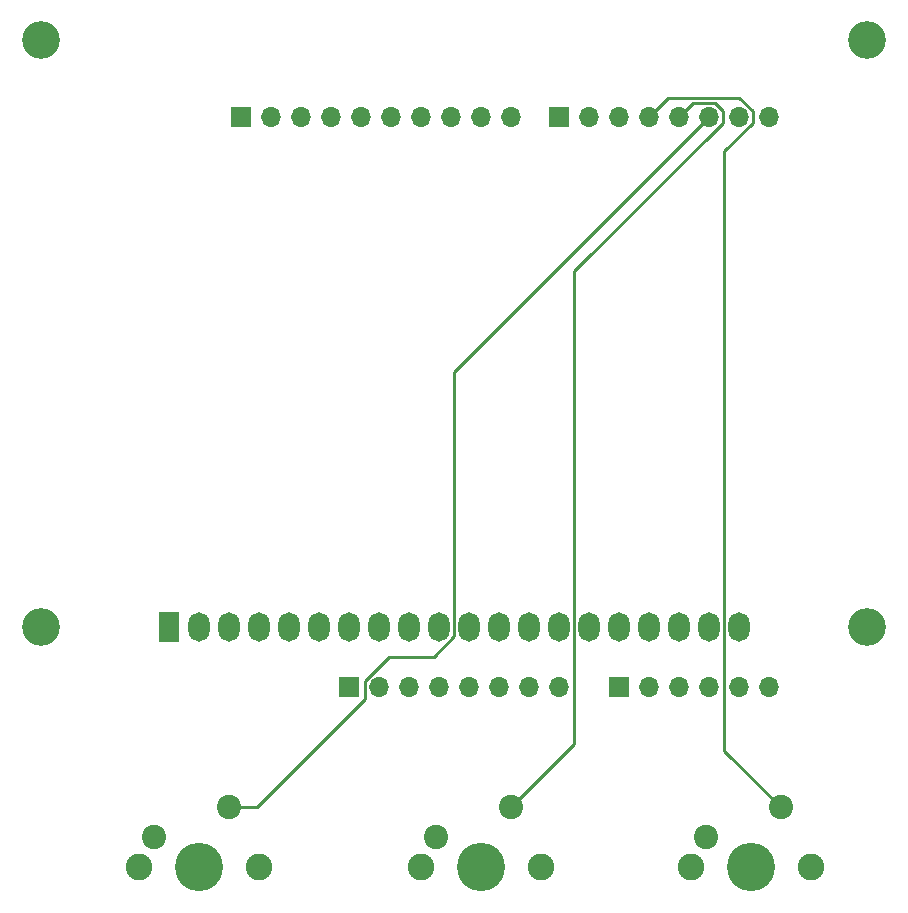
<source format=gbr>
%TF.GenerationSoftware,KiCad,Pcbnew,7.0.10*%
%TF.CreationDate,2024-02-11T11:32:57+13:00*%
%TF.ProjectId,conway_proj,636f6e77-6179-45f7-9072-6f6a2e6b6963,rev?*%
%TF.SameCoordinates,Original*%
%TF.FileFunction,Copper,L2,Bot*%
%TF.FilePolarity,Positive*%
%FSLAX46Y46*%
G04 Gerber Fmt 4.6, Leading zero omitted, Abs format (unit mm)*
G04 Created by KiCad (PCBNEW 7.0.10) date 2024-02-11 11:32:57*
%MOMM*%
%LPD*%
G01*
G04 APERTURE LIST*
%TA.AperFunction,ComponentPad*%
%ADD10C,2.260600*%
%TD*%
%TA.AperFunction,ComponentPad*%
%ADD11C,4.089400*%
%TD*%
%TA.AperFunction,ComponentPad*%
%ADD12C,2.057400*%
%TD*%
%TA.AperFunction,ComponentPad*%
%ADD13R,1.700000X1.700000*%
%TD*%
%TA.AperFunction,ComponentPad*%
%ADD14O,1.700000X1.700000*%
%TD*%
%TA.AperFunction,ComponentPad*%
%ADD15O,1.800000X2.500000*%
%TD*%
%TA.AperFunction,ComponentPad*%
%ADD16R,1.800000X2.500000*%
%TD*%
%TA.AperFunction,ComponentPad*%
%ADD17C,3.200000*%
%TD*%
%TA.AperFunction,Conductor*%
%ADD18C,0.250000*%
%TD*%
G04 APERTURE END LIST*
D10*
%TO.P,MX_BUTTON3,5*%
%TO.N,GND*%
X141656000Y-178740000D03*
%TO.P,MX_BUTTON3,4*%
%TO.N,N/C*%
X131496000Y-178740000D03*
D11*
%TO.P,MX_BUTTON3,3*%
X136576000Y-178740000D03*
D12*
%TO.P,MX_BUTTON3,2*%
%TO.N,/4*%
X139116000Y-173660000D03*
%TO.P,MX_BUTTON3,1*%
%TO.N,N/C*%
X132766000Y-176200000D03*
%TD*%
D10*
%TO.P,MX_BUTTON2,5*%
%TO.N,GND*%
X118796000Y-178740000D03*
%TO.P,MX_BUTTON2,4*%
%TO.N,N/C*%
X108636000Y-178740000D03*
D11*
%TO.P,MX_BUTTON2,3*%
X113716000Y-178740000D03*
D12*
%TO.P,MX_BUTTON2,2*%
%TO.N,/\u002A3*%
X116256000Y-173660000D03*
%TO.P,MX_BUTTON2,1*%
%TO.N,N/C*%
X109906000Y-176200000D03*
%TD*%
%TO.P,MX_BUTTON1,1*%
%TO.N,N/C*%
X86030000Y-176200000D03*
%TO.P,MX_BUTTON1,2*%
%TO.N,/2*%
X92380000Y-173660000D03*
D11*
%TO.P,MX_BUTTON1,3*%
%TO.N,N/C*%
X89840000Y-178740000D03*
D10*
%TO.P,MX_BUTTON1,4*%
X84760000Y-178740000D03*
%TO.P,MX_BUTTON1,5*%
%TO.N,GND*%
X94920000Y-178740000D03*
%TD*%
D13*
%TO.P,J1,1,Pin_1*%
%TO.N,unconnected-(J1-Pin_1-Pad1)*%
X102540000Y-163500000D03*
D14*
%TO.P,J1,2,Pin_2*%
%TO.N,/IOREF*%
X105080000Y-163500000D03*
%TO.P,J1,3,Pin_3*%
%TO.N,/~{RESET}*%
X107620000Y-163500000D03*
%TO.P,J1,4,Pin_4*%
%TO.N,+3V3*%
X110160000Y-163500000D03*
%TO.P,J1,5,Pin_5*%
%TO.N,+5V*%
X112700000Y-163500000D03*
%TO.P,J1,6,Pin_6*%
%TO.N,GND*%
X115240000Y-163500000D03*
%TO.P,J1,7,Pin_7*%
X117780000Y-163500000D03*
%TO.P,J1,8,Pin_8*%
%TO.N,VCC*%
X120320000Y-163500000D03*
%TD*%
D13*
%TO.P,J3,1,Pin_1*%
%TO.N,/A0*%
X125400000Y-163500000D03*
D14*
%TO.P,J3,2,Pin_2*%
%TO.N,/A1*%
X127940000Y-163500000D03*
%TO.P,J3,3,Pin_3*%
%TO.N,/A2*%
X130480000Y-163500000D03*
%TO.P,J3,4,Pin_4*%
%TO.N,GND*%
X133020000Y-163500000D03*
%TO.P,J3,5,Pin_5*%
%TO.N,/SDA{slash}A4*%
X135560000Y-163500000D03*
%TO.P,J3,6,Pin_6*%
%TO.N,/SCL{slash}A5*%
X138100000Y-163500000D03*
%TD*%
D13*
%TO.P,J2,1,Pin_1*%
%TO.N,/SCL{slash}A5*%
X93396000Y-115240000D03*
D14*
%TO.P,J2,2,Pin_2*%
%TO.N,/SDA{slash}A4*%
X95936000Y-115240000D03*
%TO.P,J2,3,Pin_3*%
%TO.N,/AREF*%
X98476000Y-115240000D03*
%TO.P,J2,4,Pin_4*%
%TO.N,GND*%
X101016000Y-115240000D03*
%TO.P,J2,5,Pin_5*%
%TO.N,/13*%
X103556000Y-115240000D03*
%TO.P,J2,6,Pin_6*%
%TO.N,/12*%
X106096000Y-115240000D03*
%TO.P,J2,7*%
%TO.N,/\u002A11*%
X108636000Y-115240000D03*
%TO.P,J2,8*%
%TO.N,/\u002A10*%
X111176000Y-115240000D03*
%TO.P,J2,9*%
%TO.N,9*%
X113716000Y-115240000D03*
%TO.P,J2,10*%
%TO.N,8*%
X116256000Y-115240000D03*
%TD*%
D13*
%TO.P,J4,1,Pin_1*%
%TO.N,/7*%
X120320000Y-115240000D03*
D14*
%TO.P,J4,2,Pin_2*%
%TO.N,/\u002A6*%
X122860000Y-115240000D03*
%TO.P,J4,3,Pin_3*%
%TO.N,/\u002A5*%
X125400000Y-115240000D03*
%TO.P,J4,4,Pin_4*%
%TO.N,/4*%
X127940000Y-115240000D03*
%TO.P,J4,5,Pin_5*%
%TO.N,/\u002A3*%
X130480000Y-115240000D03*
%TO.P,J4,6,Pin_6*%
%TO.N,/2*%
X133020000Y-115240000D03*
%TO.P,J4,7,Pin_7*%
%TO.N,/TX{slash}1*%
X135560000Y-115240000D03*
%TO.P,J4,8,Pin_8*%
%TO.N,/RX{slash}0*%
X138100000Y-115240000D03*
%TD*%
D15*
%TO.P,DS1,20,LEDK/EL*%
%TO.N,GND*%
X135560000Y-158420000D03*
%TO.P,DS1,19,LEDA/EL*%
%TO.N,+5V*%
X133020000Y-158420000D03*
%TO.P,DS1,18,VEE*%
%TO.N,/passive*%
X130480000Y-158420000D03*
%TO.P,DS1,17,E*%
%TO.N,/\u002A10*%
X127940000Y-158420000D03*
%TO.P,DS1,16,D/~{I}*%
%TO.N,/\u002A11*%
X125400000Y-158420000D03*
%TO.P,DS1,15,R/~{W}*%
%TO.N,/13*%
X122860000Y-158420000D03*
%TO.P,DS1,14,~{RST}*%
%TO.N,/passive*%
X120320000Y-158420000D03*
%TO.P,DS1,13,~{CS2}*%
X117780000Y-158420000D03*
%TO.P,DS1,12,~{CS1}*%
X115240000Y-158420000D03*
%TO.P,DS1,11,DB7*%
X112700000Y-158420000D03*
%TO.P,DS1,10,DB6*%
X110160000Y-158420000D03*
%TO.P,DS1,9,DB5*%
X107620000Y-158420000D03*
%TO.P,DS1,8,DB4*%
X105080000Y-158420000D03*
%TO.P,DS1,7,DB3*%
X102540000Y-158420000D03*
%TO.P,DS1,6,DB2*%
%TO.N,GND*%
X100000000Y-158420000D03*
%TO.P,DS1,5,DB1*%
%TO.N,/passive*%
X97460000Y-158420000D03*
%TO.P,DS1,4,DB0*%
X94920000Y-158420000D03*
%TO.P,DS1,3,VO*%
X92380000Y-158420000D03*
%TO.P,DS1,2,GND*%
%TO.N,+5V*%
X89840000Y-158420000D03*
D16*
%TO.P,DS1,1,VCC*%
%TO.N,GND*%
X87300000Y-158420000D03*
D17*
%TO.P,DS1,*%
%TO.N,*%
X146430000Y-108720000D03*
X76430000Y-108720000D03*
X146430000Y-158420000D03*
X76430000Y-158420000D03*
%TD*%
D18*
%TO.N,/4*%
X135596701Y-113615000D02*
X129565000Y-113615000D01*
X136735000Y-114753299D02*
X135596701Y-113615000D01*
X134335000Y-118126701D02*
X136735000Y-115726701D01*
X134335000Y-168879000D02*
X134335000Y-118126701D01*
X139116000Y-173660000D02*
X134335000Y-168879000D01*
X136735000Y-115726701D02*
X136735000Y-114753299D01*
X129565000Y-113615000D02*
X127940000Y-115240000D01*
%TO.N,/\u002A3*%
X131655000Y-114065000D02*
X130480000Y-115240000D01*
X121635000Y-128286701D02*
X134195000Y-115726701D01*
X133506701Y-114065000D02*
X131655000Y-114065000D01*
X121635000Y-168281000D02*
X121635000Y-128286701D01*
X116256000Y-173660000D02*
X121635000Y-168281000D01*
X134195000Y-115726701D02*
X134195000Y-114753299D01*
X134195000Y-114753299D02*
X133506701Y-114065000D01*
%TO.N,/2*%
X109702412Y-160960000D02*
X111475000Y-159187412D01*
X105958299Y-160960000D02*
X109702412Y-160960000D01*
X103905000Y-163013299D02*
X105958299Y-160960000D01*
X111475000Y-159187412D02*
X111475000Y-136785000D01*
X103905000Y-164485000D02*
X103905000Y-163013299D01*
X94730000Y-173660000D02*
X103905000Y-164485000D01*
X92380000Y-173660000D02*
X94730000Y-173660000D01*
X111475000Y-136785000D02*
X133020000Y-115240000D01*
%TD*%
M02*

</source>
